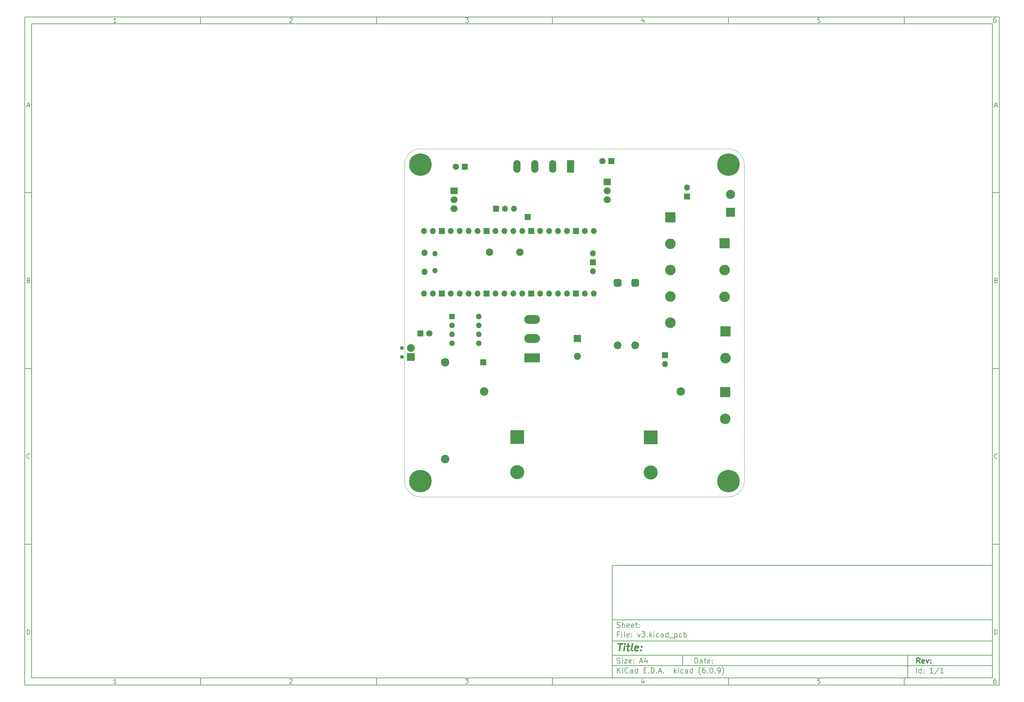
<source format=gbr>
%TF.GenerationSoftware,KiCad,Pcbnew,(6.0.9)*%
%TF.CreationDate,2022-12-28T04:29:14+03:00*%
%TF.ProjectId,v3,76332e6b-6963-4616-945f-706362585858,rev?*%
%TF.SameCoordinates,Original*%
%TF.FileFunction,Soldermask,Bot*%
%TF.FilePolarity,Negative*%
%FSLAX46Y46*%
G04 Gerber Fmt 4.6, Leading zero omitted, Abs format (unit mm)*
G04 Created by KiCad (PCBNEW (6.0.9)) date 2022-12-28 04:29:14*
%MOMM*%
%LPD*%
G01*
G04 APERTURE LIST*
G04 Aperture macros list*
%AMRoundRect*
0 Rectangle with rounded corners*
0 $1 Rounding radius*
0 $2 $3 $4 $5 $6 $7 $8 $9 X,Y pos of 4 corners*
0 Add a 4 corners polygon primitive as box body*
4,1,4,$2,$3,$4,$5,$6,$7,$8,$9,$2,$3,0*
0 Add four circle primitives for the rounded corners*
1,1,$1+$1,$2,$3*
1,1,$1+$1,$4,$5*
1,1,$1+$1,$6,$7*
1,1,$1+$1,$8,$9*
0 Add four rect primitives between the rounded corners*
20,1,$1+$1,$2,$3,$4,$5,0*
20,1,$1+$1,$4,$5,$6,$7,0*
20,1,$1+$1,$6,$7,$8,$9,0*
20,1,$1+$1,$8,$9,$2,$3,0*%
G04 Aperture macros list end*
%ADD10C,0.100000*%
%ADD11C,0.150000*%
%ADD12C,0.300000*%
%ADD13C,0.400000*%
%TA.AperFunction,Profile*%
%ADD14C,0.100000*%
%TD*%
%ADD15C,2.100000*%
%ADD16R,1.600000X1.600000*%
%ADD17O,1.600000X1.600000*%
%ADD18C,1.100000*%
%ADD19R,2.200000X2.200000*%
%ADD20C,2.200000*%
%ADD21R,1.800000X1.800000*%
%ADD22C,1.800000*%
%ADD23R,4.000000X4.000000*%
%ADD24C,4.000000*%
%ADD25R,1.700000X1.700000*%
%ADD26C,0.800000*%
%ADD27C,6.400000*%
%ADD28O,1.700000X1.700000*%
%ADD29C,2.400000*%
%ADD30R,3.000000X3.000000*%
%ADD31C,3.000000*%
%ADD32RoundRect,0.550000X-0.550000X0.550000X-0.550000X-0.550000X0.550000X-0.550000X0.550000X0.550000X0*%
%ADD33R,2.000000X1.905000*%
%ADD34O,2.000000X1.905000*%
%ADD35RoundRect,0.249999X0.790001X1.550001X-0.790001X1.550001X-0.790001X-1.550001X0.790001X-1.550001X0*%
%ADD36O,2.080000X3.600000*%
%ADD37O,2.400000X2.400000*%
%ADD38O,1.500000X1.500000*%
%ADD39O,1.800000X1.800000*%
%ADD40R,4.500000X2.500000*%
%ADD41O,4.500000X2.500000*%
%ADD42R,2.000000X2.000000*%
%ADD43O,2.000000X2.000000*%
%ADD44R,2.600000X2.600000*%
%ADD45C,2.600000*%
G04 APERTURE END LIST*
D10*
D11*
X177002200Y-166007200D02*
X177002200Y-198007200D01*
X285002200Y-198007200D01*
X285002200Y-166007200D01*
X177002200Y-166007200D01*
D10*
D11*
X10000000Y-10000000D02*
X10000000Y-200007200D01*
X287002200Y-200007200D01*
X287002200Y-10000000D01*
X10000000Y-10000000D01*
D10*
D11*
X12000000Y-12000000D02*
X12000000Y-198007200D01*
X285002200Y-198007200D01*
X285002200Y-12000000D01*
X12000000Y-12000000D01*
D10*
D11*
X60000000Y-12000000D02*
X60000000Y-10000000D01*
D10*
D11*
X110000000Y-12000000D02*
X110000000Y-10000000D01*
D10*
D11*
X160000000Y-12000000D02*
X160000000Y-10000000D01*
D10*
D11*
X210000000Y-12000000D02*
X210000000Y-10000000D01*
D10*
D11*
X260000000Y-12000000D02*
X260000000Y-10000000D01*
D10*
D11*
X36065476Y-11588095D02*
X35322619Y-11588095D01*
X35694047Y-11588095D02*
X35694047Y-10288095D01*
X35570238Y-10473809D01*
X35446428Y-10597619D01*
X35322619Y-10659523D01*
D10*
D11*
X85322619Y-10411904D02*
X85384523Y-10350000D01*
X85508333Y-10288095D01*
X85817857Y-10288095D01*
X85941666Y-10350000D01*
X86003571Y-10411904D01*
X86065476Y-10535714D01*
X86065476Y-10659523D01*
X86003571Y-10845238D01*
X85260714Y-11588095D01*
X86065476Y-11588095D01*
D10*
D11*
X135260714Y-10288095D02*
X136065476Y-10288095D01*
X135632142Y-10783333D01*
X135817857Y-10783333D01*
X135941666Y-10845238D01*
X136003571Y-10907142D01*
X136065476Y-11030952D01*
X136065476Y-11340476D01*
X136003571Y-11464285D01*
X135941666Y-11526190D01*
X135817857Y-11588095D01*
X135446428Y-11588095D01*
X135322619Y-11526190D01*
X135260714Y-11464285D01*
D10*
D11*
X185941666Y-10721428D02*
X185941666Y-11588095D01*
X185632142Y-10226190D02*
X185322619Y-11154761D01*
X186127380Y-11154761D01*
D10*
D11*
X236003571Y-10288095D02*
X235384523Y-10288095D01*
X235322619Y-10907142D01*
X235384523Y-10845238D01*
X235508333Y-10783333D01*
X235817857Y-10783333D01*
X235941666Y-10845238D01*
X236003571Y-10907142D01*
X236065476Y-11030952D01*
X236065476Y-11340476D01*
X236003571Y-11464285D01*
X235941666Y-11526190D01*
X235817857Y-11588095D01*
X235508333Y-11588095D01*
X235384523Y-11526190D01*
X235322619Y-11464285D01*
D10*
D11*
X285941666Y-10288095D02*
X285694047Y-10288095D01*
X285570238Y-10350000D01*
X285508333Y-10411904D01*
X285384523Y-10597619D01*
X285322619Y-10845238D01*
X285322619Y-11340476D01*
X285384523Y-11464285D01*
X285446428Y-11526190D01*
X285570238Y-11588095D01*
X285817857Y-11588095D01*
X285941666Y-11526190D01*
X286003571Y-11464285D01*
X286065476Y-11340476D01*
X286065476Y-11030952D01*
X286003571Y-10907142D01*
X285941666Y-10845238D01*
X285817857Y-10783333D01*
X285570238Y-10783333D01*
X285446428Y-10845238D01*
X285384523Y-10907142D01*
X285322619Y-11030952D01*
D10*
D11*
X60000000Y-198007200D02*
X60000000Y-200007200D01*
D10*
D11*
X110000000Y-198007200D02*
X110000000Y-200007200D01*
D10*
D11*
X160000000Y-198007200D02*
X160000000Y-200007200D01*
D10*
D11*
X210000000Y-198007200D02*
X210000000Y-200007200D01*
D10*
D11*
X260000000Y-198007200D02*
X260000000Y-200007200D01*
D10*
D11*
X36065476Y-199595295D02*
X35322619Y-199595295D01*
X35694047Y-199595295D02*
X35694047Y-198295295D01*
X35570238Y-198481009D01*
X35446428Y-198604819D01*
X35322619Y-198666723D01*
D10*
D11*
X85322619Y-198419104D02*
X85384523Y-198357200D01*
X85508333Y-198295295D01*
X85817857Y-198295295D01*
X85941666Y-198357200D01*
X86003571Y-198419104D01*
X86065476Y-198542914D01*
X86065476Y-198666723D01*
X86003571Y-198852438D01*
X85260714Y-199595295D01*
X86065476Y-199595295D01*
D10*
D11*
X135260714Y-198295295D02*
X136065476Y-198295295D01*
X135632142Y-198790533D01*
X135817857Y-198790533D01*
X135941666Y-198852438D01*
X136003571Y-198914342D01*
X136065476Y-199038152D01*
X136065476Y-199347676D01*
X136003571Y-199471485D01*
X135941666Y-199533390D01*
X135817857Y-199595295D01*
X135446428Y-199595295D01*
X135322619Y-199533390D01*
X135260714Y-199471485D01*
D10*
D11*
X185941666Y-198728628D02*
X185941666Y-199595295D01*
X185632142Y-198233390D02*
X185322619Y-199161961D01*
X186127380Y-199161961D01*
D10*
D11*
X236003571Y-198295295D02*
X235384523Y-198295295D01*
X235322619Y-198914342D01*
X235384523Y-198852438D01*
X235508333Y-198790533D01*
X235817857Y-198790533D01*
X235941666Y-198852438D01*
X236003571Y-198914342D01*
X236065476Y-199038152D01*
X236065476Y-199347676D01*
X236003571Y-199471485D01*
X235941666Y-199533390D01*
X235817857Y-199595295D01*
X235508333Y-199595295D01*
X235384523Y-199533390D01*
X235322619Y-199471485D01*
D10*
D11*
X285941666Y-198295295D02*
X285694047Y-198295295D01*
X285570238Y-198357200D01*
X285508333Y-198419104D01*
X285384523Y-198604819D01*
X285322619Y-198852438D01*
X285322619Y-199347676D01*
X285384523Y-199471485D01*
X285446428Y-199533390D01*
X285570238Y-199595295D01*
X285817857Y-199595295D01*
X285941666Y-199533390D01*
X286003571Y-199471485D01*
X286065476Y-199347676D01*
X286065476Y-199038152D01*
X286003571Y-198914342D01*
X285941666Y-198852438D01*
X285817857Y-198790533D01*
X285570238Y-198790533D01*
X285446428Y-198852438D01*
X285384523Y-198914342D01*
X285322619Y-199038152D01*
D10*
D11*
X10000000Y-60000000D02*
X12000000Y-60000000D01*
D10*
D11*
X10000000Y-110000000D02*
X12000000Y-110000000D01*
D10*
D11*
X10000000Y-160000000D02*
X12000000Y-160000000D01*
D10*
D11*
X10690476Y-35216666D02*
X11309523Y-35216666D01*
X10566666Y-35588095D02*
X11000000Y-34288095D01*
X11433333Y-35588095D01*
D10*
D11*
X11092857Y-84907142D02*
X11278571Y-84969047D01*
X11340476Y-85030952D01*
X11402380Y-85154761D01*
X11402380Y-85340476D01*
X11340476Y-85464285D01*
X11278571Y-85526190D01*
X11154761Y-85588095D01*
X10659523Y-85588095D01*
X10659523Y-84288095D01*
X11092857Y-84288095D01*
X11216666Y-84350000D01*
X11278571Y-84411904D01*
X11340476Y-84535714D01*
X11340476Y-84659523D01*
X11278571Y-84783333D01*
X11216666Y-84845238D01*
X11092857Y-84907142D01*
X10659523Y-84907142D01*
D10*
D11*
X11402380Y-135464285D02*
X11340476Y-135526190D01*
X11154761Y-135588095D01*
X11030952Y-135588095D01*
X10845238Y-135526190D01*
X10721428Y-135402380D01*
X10659523Y-135278571D01*
X10597619Y-135030952D01*
X10597619Y-134845238D01*
X10659523Y-134597619D01*
X10721428Y-134473809D01*
X10845238Y-134350000D01*
X11030952Y-134288095D01*
X11154761Y-134288095D01*
X11340476Y-134350000D01*
X11402380Y-134411904D01*
D10*
D11*
X10659523Y-185588095D02*
X10659523Y-184288095D01*
X10969047Y-184288095D01*
X11154761Y-184350000D01*
X11278571Y-184473809D01*
X11340476Y-184597619D01*
X11402380Y-184845238D01*
X11402380Y-185030952D01*
X11340476Y-185278571D01*
X11278571Y-185402380D01*
X11154761Y-185526190D01*
X10969047Y-185588095D01*
X10659523Y-185588095D01*
D10*
D11*
X287002200Y-60000000D02*
X285002200Y-60000000D01*
D10*
D11*
X287002200Y-110000000D02*
X285002200Y-110000000D01*
D10*
D11*
X287002200Y-160000000D02*
X285002200Y-160000000D01*
D10*
D11*
X285692676Y-35216666D02*
X286311723Y-35216666D01*
X285568866Y-35588095D02*
X286002200Y-34288095D01*
X286435533Y-35588095D01*
D10*
D11*
X286095057Y-84907142D02*
X286280771Y-84969047D01*
X286342676Y-85030952D01*
X286404580Y-85154761D01*
X286404580Y-85340476D01*
X286342676Y-85464285D01*
X286280771Y-85526190D01*
X286156961Y-85588095D01*
X285661723Y-85588095D01*
X285661723Y-84288095D01*
X286095057Y-84288095D01*
X286218866Y-84350000D01*
X286280771Y-84411904D01*
X286342676Y-84535714D01*
X286342676Y-84659523D01*
X286280771Y-84783333D01*
X286218866Y-84845238D01*
X286095057Y-84907142D01*
X285661723Y-84907142D01*
D10*
D11*
X286404580Y-135464285D02*
X286342676Y-135526190D01*
X286156961Y-135588095D01*
X286033152Y-135588095D01*
X285847438Y-135526190D01*
X285723628Y-135402380D01*
X285661723Y-135278571D01*
X285599819Y-135030952D01*
X285599819Y-134845238D01*
X285661723Y-134597619D01*
X285723628Y-134473809D01*
X285847438Y-134350000D01*
X286033152Y-134288095D01*
X286156961Y-134288095D01*
X286342676Y-134350000D01*
X286404580Y-134411904D01*
D10*
D11*
X285661723Y-185588095D02*
X285661723Y-184288095D01*
X285971247Y-184288095D01*
X286156961Y-184350000D01*
X286280771Y-184473809D01*
X286342676Y-184597619D01*
X286404580Y-184845238D01*
X286404580Y-185030952D01*
X286342676Y-185278571D01*
X286280771Y-185402380D01*
X286156961Y-185526190D01*
X285971247Y-185588095D01*
X285661723Y-185588095D01*
D10*
D11*
X200434342Y-193785771D02*
X200434342Y-192285771D01*
X200791485Y-192285771D01*
X201005771Y-192357200D01*
X201148628Y-192500057D01*
X201220057Y-192642914D01*
X201291485Y-192928628D01*
X201291485Y-193142914D01*
X201220057Y-193428628D01*
X201148628Y-193571485D01*
X201005771Y-193714342D01*
X200791485Y-193785771D01*
X200434342Y-193785771D01*
X202577200Y-193785771D02*
X202577200Y-193000057D01*
X202505771Y-192857200D01*
X202362914Y-192785771D01*
X202077200Y-192785771D01*
X201934342Y-192857200D01*
X202577200Y-193714342D02*
X202434342Y-193785771D01*
X202077200Y-193785771D01*
X201934342Y-193714342D01*
X201862914Y-193571485D01*
X201862914Y-193428628D01*
X201934342Y-193285771D01*
X202077200Y-193214342D01*
X202434342Y-193214342D01*
X202577200Y-193142914D01*
X203077200Y-192785771D02*
X203648628Y-192785771D01*
X203291485Y-192285771D02*
X203291485Y-193571485D01*
X203362914Y-193714342D01*
X203505771Y-193785771D01*
X203648628Y-193785771D01*
X204720057Y-193714342D02*
X204577200Y-193785771D01*
X204291485Y-193785771D01*
X204148628Y-193714342D01*
X204077200Y-193571485D01*
X204077200Y-193000057D01*
X204148628Y-192857200D01*
X204291485Y-192785771D01*
X204577200Y-192785771D01*
X204720057Y-192857200D01*
X204791485Y-193000057D01*
X204791485Y-193142914D01*
X204077200Y-193285771D01*
X205434342Y-193642914D02*
X205505771Y-193714342D01*
X205434342Y-193785771D01*
X205362914Y-193714342D01*
X205434342Y-193642914D01*
X205434342Y-193785771D01*
X205434342Y-192857200D02*
X205505771Y-192928628D01*
X205434342Y-193000057D01*
X205362914Y-192928628D01*
X205434342Y-192857200D01*
X205434342Y-193000057D01*
D10*
D11*
X177002200Y-194507200D02*
X285002200Y-194507200D01*
D10*
D11*
X178434342Y-196585771D02*
X178434342Y-195085771D01*
X179291485Y-196585771D02*
X178648628Y-195728628D01*
X179291485Y-195085771D02*
X178434342Y-195942914D01*
X179934342Y-196585771D02*
X179934342Y-195585771D01*
X179934342Y-195085771D02*
X179862914Y-195157200D01*
X179934342Y-195228628D01*
X180005771Y-195157200D01*
X179934342Y-195085771D01*
X179934342Y-195228628D01*
X181505771Y-196442914D02*
X181434342Y-196514342D01*
X181220057Y-196585771D01*
X181077200Y-196585771D01*
X180862914Y-196514342D01*
X180720057Y-196371485D01*
X180648628Y-196228628D01*
X180577200Y-195942914D01*
X180577200Y-195728628D01*
X180648628Y-195442914D01*
X180720057Y-195300057D01*
X180862914Y-195157200D01*
X181077200Y-195085771D01*
X181220057Y-195085771D01*
X181434342Y-195157200D01*
X181505771Y-195228628D01*
X182791485Y-196585771D02*
X182791485Y-195800057D01*
X182720057Y-195657200D01*
X182577200Y-195585771D01*
X182291485Y-195585771D01*
X182148628Y-195657200D01*
X182791485Y-196514342D02*
X182648628Y-196585771D01*
X182291485Y-196585771D01*
X182148628Y-196514342D01*
X182077200Y-196371485D01*
X182077200Y-196228628D01*
X182148628Y-196085771D01*
X182291485Y-196014342D01*
X182648628Y-196014342D01*
X182791485Y-195942914D01*
X184148628Y-196585771D02*
X184148628Y-195085771D01*
X184148628Y-196514342D02*
X184005771Y-196585771D01*
X183720057Y-196585771D01*
X183577200Y-196514342D01*
X183505771Y-196442914D01*
X183434342Y-196300057D01*
X183434342Y-195871485D01*
X183505771Y-195728628D01*
X183577200Y-195657200D01*
X183720057Y-195585771D01*
X184005771Y-195585771D01*
X184148628Y-195657200D01*
X186005771Y-195800057D02*
X186505771Y-195800057D01*
X186720057Y-196585771D02*
X186005771Y-196585771D01*
X186005771Y-195085771D01*
X186720057Y-195085771D01*
X187362914Y-196442914D02*
X187434342Y-196514342D01*
X187362914Y-196585771D01*
X187291485Y-196514342D01*
X187362914Y-196442914D01*
X187362914Y-196585771D01*
X188077200Y-196585771D02*
X188077200Y-195085771D01*
X188434342Y-195085771D01*
X188648628Y-195157200D01*
X188791485Y-195300057D01*
X188862914Y-195442914D01*
X188934342Y-195728628D01*
X188934342Y-195942914D01*
X188862914Y-196228628D01*
X188791485Y-196371485D01*
X188648628Y-196514342D01*
X188434342Y-196585771D01*
X188077200Y-196585771D01*
X189577200Y-196442914D02*
X189648628Y-196514342D01*
X189577200Y-196585771D01*
X189505771Y-196514342D01*
X189577200Y-196442914D01*
X189577200Y-196585771D01*
X190220057Y-196157200D02*
X190934342Y-196157200D01*
X190077200Y-196585771D02*
X190577200Y-195085771D01*
X191077200Y-196585771D01*
X191577200Y-196442914D02*
X191648628Y-196514342D01*
X191577200Y-196585771D01*
X191505771Y-196514342D01*
X191577200Y-196442914D01*
X191577200Y-196585771D01*
X194577200Y-196585771D02*
X194577200Y-195085771D01*
X194720057Y-196014342D02*
X195148628Y-196585771D01*
X195148628Y-195585771D02*
X194577200Y-196157200D01*
X195791485Y-196585771D02*
X195791485Y-195585771D01*
X195791485Y-195085771D02*
X195720057Y-195157200D01*
X195791485Y-195228628D01*
X195862914Y-195157200D01*
X195791485Y-195085771D01*
X195791485Y-195228628D01*
X197148628Y-196514342D02*
X197005771Y-196585771D01*
X196720057Y-196585771D01*
X196577200Y-196514342D01*
X196505771Y-196442914D01*
X196434342Y-196300057D01*
X196434342Y-195871485D01*
X196505771Y-195728628D01*
X196577200Y-195657200D01*
X196720057Y-195585771D01*
X197005771Y-195585771D01*
X197148628Y-195657200D01*
X198434342Y-196585771D02*
X198434342Y-195800057D01*
X198362914Y-195657200D01*
X198220057Y-195585771D01*
X197934342Y-195585771D01*
X197791485Y-195657200D01*
X198434342Y-196514342D02*
X198291485Y-196585771D01*
X197934342Y-196585771D01*
X197791485Y-196514342D01*
X197720057Y-196371485D01*
X197720057Y-196228628D01*
X197791485Y-196085771D01*
X197934342Y-196014342D01*
X198291485Y-196014342D01*
X198434342Y-195942914D01*
X199791485Y-196585771D02*
X199791485Y-195085771D01*
X199791485Y-196514342D02*
X199648628Y-196585771D01*
X199362914Y-196585771D01*
X199220057Y-196514342D01*
X199148628Y-196442914D01*
X199077200Y-196300057D01*
X199077200Y-195871485D01*
X199148628Y-195728628D01*
X199220057Y-195657200D01*
X199362914Y-195585771D01*
X199648628Y-195585771D01*
X199791485Y-195657200D01*
X202077200Y-197157200D02*
X202005771Y-197085771D01*
X201862914Y-196871485D01*
X201791485Y-196728628D01*
X201720057Y-196514342D01*
X201648628Y-196157200D01*
X201648628Y-195871485D01*
X201720057Y-195514342D01*
X201791485Y-195300057D01*
X201862914Y-195157200D01*
X202005771Y-194942914D01*
X202077200Y-194871485D01*
X203291485Y-195085771D02*
X203005771Y-195085771D01*
X202862914Y-195157200D01*
X202791485Y-195228628D01*
X202648628Y-195442914D01*
X202577200Y-195728628D01*
X202577200Y-196300057D01*
X202648628Y-196442914D01*
X202720057Y-196514342D01*
X202862914Y-196585771D01*
X203148628Y-196585771D01*
X203291485Y-196514342D01*
X203362914Y-196442914D01*
X203434342Y-196300057D01*
X203434342Y-195942914D01*
X203362914Y-195800057D01*
X203291485Y-195728628D01*
X203148628Y-195657200D01*
X202862914Y-195657200D01*
X202720057Y-195728628D01*
X202648628Y-195800057D01*
X202577200Y-195942914D01*
X204077200Y-196442914D02*
X204148628Y-196514342D01*
X204077200Y-196585771D01*
X204005771Y-196514342D01*
X204077200Y-196442914D01*
X204077200Y-196585771D01*
X205077200Y-195085771D02*
X205220057Y-195085771D01*
X205362914Y-195157200D01*
X205434342Y-195228628D01*
X205505771Y-195371485D01*
X205577200Y-195657200D01*
X205577200Y-196014342D01*
X205505771Y-196300057D01*
X205434342Y-196442914D01*
X205362914Y-196514342D01*
X205220057Y-196585771D01*
X205077200Y-196585771D01*
X204934342Y-196514342D01*
X204862914Y-196442914D01*
X204791485Y-196300057D01*
X204720057Y-196014342D01*
X204720057Y-195657200D01*
X204791485Y-195371485D01*
X204862914Y-195228628D01*
X204934342Y-195157200D01*
X205077200Y-195085771D01*
X206220057Y-196442914D02*
X206291485Y-196514342D01*
X206220057Y-196585771D01*
X206148628Y-196514342D01*
X206220057Y-196442914D01*
X206220057Y-196585771D01*
X207005771Y-196585771D02*
X207291485Y-196585771D01*
X207434342Y-196514342D01*
X207505771Y-196442914D01*
X207648628Y-196228628D01*
X207720057Y-195942914D01*
X207720057Y-195371485D01*
X207648628Y-195228628D01*
X207577200Y-195157200D01*
X207434342Y-195085771D01*
X207148628Y-195085771D01*
X207005771Y-195157200D01*
X206934342Y-195228628D01*
X206862914Y-195371485D01*
X206862914Y-195728628D01*
X206934342Y-195871485D01*
X207005771Y-195942914D01*
X207148628Y-196014342D01*
X207434342Y-196014342D01*
X207577200Y-195942914D01*
X207648628Y-195871485D01*
X207720057Y-195728628D01*
X208220057Y-197157200D02*
X208291485Y-197085771D01*
X208434342Y-196871485D01*
X208505771Y-196728628D01*
X208577200Y-196514342D01*
X208648628Y-196157200D01*
X208648628Y-195871485D01*
X208577200Y-195514342D01*
X208505771Y-195300057D01*
X208434342Y-195157200D01*
X208291485Y-194942914D01*
X208220057Y-194871485D01*
D10*
D11*
X177002200Y-191507200D02*
X285002200Y-191507200D01*
D10*
D12*
X264411485Y-193785771D02*
X263911485Y-193071485D01*
X263554342Y-193785771D02*
X263554342Y-192285771D01*
X264125771Y-192285771D01*
X264268628Y-192357200D01*
X264340057Y-192428628D01*
X264411485Y-192571485D01*
X264411485Y-192785771D01*
X264340057Y-192928628D01*
X264268628Y-193000057D01*
X264125771Y-193071485D01*
X263554342Y-193071485D01*
X265625771Y-193714342D02*
X265482914Y-193785771D01*
X265197200Y-193785771D01*
X265054342Y-193714342D01*
X264982914Y-193571485D01*
X264982914Y-193000057D01*
X265054342Y-192857200D01*
X265197200Y-192785771D01*
X265482914Y-192785771D01*
X265625771Y-192857200D01*
X265697200Y-193000057D01*
X265697200Y-193142914D01*
X264982914Y-193285771D01*
X266197200Y-192785771D02*
X266554342Y-193785771D01*
X266911485Y-192785771D01*
X267482914Y-193642914D02*
X267554342Y-193714342D01*
X267482914Y-193785771D01*
X267411485Y-193714342D01*
X267482914Y-193642914D01*
X267482914Y-193785771D01*
X267482914Y-192857200D02*
X267554342Y-192928628D01*
X267482914Y-193000057D01*
X267411485Y-192928628D01*
X267482914Y-192857200D01*
X267482914Y-193000057D01*
D10*
D11*
X178362914Y-193714342D02*
X178577200Y-193785771D01*
X178934342Y-193785771D01*
X179077200Y-193714342D01*
X179148628Y-193642914D01*
X179220057Y-193500057D01*
X179220057Y-193357200D01*
X179148628Y-193214342D01*
X179077200Y-193142914D01*
X178934342Y-193071485D01*
X178648628Y-193000057D01*
X178505771Y-192928628D01*
X178434342Y-192857200D01*
X178362914Y-192714342D01*
X178362914Y-192571485D01*
X178434342Y-192428628D01*
X178505771Y-192357200D01*
X178648628Y-192285771D01*
X179005771Y-192285771D01*
X179220057Y-192357200D01*
X179862914Y-193785771D02*
X179862914Y-192785771D01*
X179862914Y-192285771D02*
X179791485Y-192357200D01*
X179862914Y-192428628D01*
X179934342Y-192357200D01*
X179862914Y-192285771D01*
X179862914Y-192428628D01*
X180434342Y-192785771D02*
X181220057Y-192785771D01*
X180434342Y-193785771D01*
X181220057Y-193785771D01*
X182362914Y-193714342D02*
X182220057Y-193785771D01*
X181934342Y-193785771D01*
X181791485Y-193714342D01*
X181720057Y-193571485D01*
X181720057Y-193000057D01*
X181791485Y-192857200D01*
X181934342Y-192785771D01*
X182220057Y-192785771D01*
X182362914Y-192857200D01*
X182434342Y-193000057D01*
X182434342Y-193142914D01*
X181720057Y-193285771D01*
X183077200Y-193642914D02*
X183148628Y-193714342D01*
X183077200Y-193785771D01*
X183005771Y-193714342D01*
X183077200Y-193642914D01*
X183077200Y-193785771D01*
X183077200Y-192857200D02*
X183148628Y-192928628D01*
X183077200Y-193000057D01*
X183005771Y-192928628D01*
X183077200Y-192857200D01*
X183077200Y-193000057D01*
X184862914Y-193357200D02*
X185577200Y-193357200D01*
X184720057Y-193785771D02*
X185220057Y-192285771D01*
X185720057Y-193785771D01*
X186862914Y-192785771D02*
X186862914Y-193785771D01*
X186505771Y-192214342D02*
X186148628Y-193285771D01*
X187077200Y-193285771D01*
D10*
D11*
X263434342Y-196585771D02*
X263434342Y-195085771D01*
X264791485Y-196585771D02*
X264791485Y-195085771D01*
X264791485Y-196514342D02*
X264648628Y-196585771D01*
X264362914Y-196585771D01*
X264220057Y-196514342D01*
X264148628Y-196442914D01*
X264077200Y-196300057D01*
X264077200Y-195871485D01*
X264148628Y-195728628D01*
X264220057Y-195657200D01*
X264362914Y-195585771D01*
X264648628Y-195585771D01*
X264791485Y-195657200D01*
X265505771Y-196442914D02*
X265577200Y-196514342D01*
X265505771Y-196585771D01*
X265434342Y-196514342D01*
X265505771Y-196442914D01*
X265505771Y-196585771D01*
X265505771Y-195657200D02*
X265577200Y-195728628D01*
X265505771Y-195800057D01*
X265434342Y-195728628D01*
X265505771Y-195657200D01*
X265505771Y-195800057D01*
X268148628Y-196585771D02*
X267291485Y-196585771D01*
X267720057Y-196585771D02*
X267720057Y-195085771D01*
X267577200Y-195300057D01*
X267434342Y-195442914D01*
X267291485Y-195514342D01*
X269862914Y-195014342D02*
X268577200Y-196942914D01*
X271148628Y-196585771D02*
X270291485Y-196585771D01*
X270720057Y-196585771D02*
X270720057Y-195085771D01*
X270577200Y-195300057D01*
X270434342Y-195442914D01*
X270291485Y-195514342D01*
D10*
D11*
X177002200Y-187507200D02*
X285002200Y-187507200D01*
D10*
D13*
X178714580Y-188211961D02*
X179857438Y-188211961D01*
X179036009Y-190211961D02*
X179286009Y-188211961D01*
X180274104Y-190211961D02*
X180440771Y-188878628D01*
X180524104Y-188211961D02*
X180416961Y-188307200D01*
X180500295Y-188402438D01*
X180607438Y-188307200D01*
X180524104Y-188211961D01*
X180500295Y-188402438D01*
X181107438Y-188878628D02*
X181869342Y-188878628D01*
X181476485Y-188211961D02*
X181262200Y-189926247D01*
X181333628Y-190116723D01*
X181512200Y-190211961D01*
X181702676Y-190211961D01*
X182655057Y-190211961D02*
X182476485Y-190116723D01*
X182405057Y-189926247D01*
X182619342Y-188211961D01*
X184190771Y-190116723D02*
X183988390Y-190211961D01*
X183607438Y-190211961D01*
X183428866Y-190116723D01*
X183357438Y-189926247D01*
X183452676Y-189164342D01*
X183571723Y-188973866D01*
X183774104Y-188878628D01*
X184155057Y-188878628D01*
X184333628Y-188973866D01*
X184405057Y-189164342D01*
X184381247Y-189354819D01*
X183405057Y-189545295D01*
X185155057Y-190021485D02*
X185238390Y-190116723D01*
X185131247Y-190211961D01*
X185047914Y-190116723D01*
X185155057Y-190021485D01*
X185131247Y-190211961D01*
X185286009Y-188973866D02*
X185369342Y-189069104D01*
X185262200Y-189164342D01*
X185178866Y-189069104D01*
X185286009Y-188973866D01*
X185262200Y-189164342D01*
D10*
D11*
X178934342Y-185600057D02*
X178434342Y-185600057D01*
X178434342Y-186385771D02*
X178434342Y-184885771D01*
X179148628Y-184885771D01*
X179720057Y-186385771D02*
X179720057Y-185385771D01*
X179720057Y-184885771D02*
X179648628Y-184957200D01*
X179720057Y-185028628D01*
X179791485Y-184957200D01*
X179720057Y-184885771D01*
X179720057Y-185028628D01*
X180648628Y-186385771D02*
X180505771Y-186314342D01*
X180434342Y-186171485D01*
X180434342Y-184885771D01*
X181791485Y-186314342D02*
X181648628Y-186385771D01*
X181362914Y-186385771D01*
X181220057Y-186314342D01*
X181148628Y-186171485D01*
X181148628Y-185600057D01*
X181220057Y-185457200D01*
X181362914Y-185385771D01*
X181648628Y-185385771D01*
X181791485Y-185457200D01*
X181862914Y-185600057D01*
X181862914Y-185742914D01*
X181148628Y-185885771D01*
X182505771Y-186242914D02*
X182577200Y-186314342D01*
X182505771Y-186385771D01*
X182434342Y-186314342D01*
X182505771Y-186242914D01*
X182505771Y-186385771D01*
X182505771Y-185457200D02*
X182577200Y-185528628D01*
X182505771Y-185600057D01*
X182434342Y-185528628D01*
X182505771Y-185457200D01*
X182505771Y-185600057D01*
X184220057Y-185385771D02*
X184577200Y-186385771D01*
X184934342Y-185385771D01*
X185362914Y-184885771D02*
X186291485Y-184885771D01*
X185791485Y-185457200D01*
X186005771Y-185457200D01*
X186148628Y-185528628D01*
X186220057Y-185600057D01*
X186291485Y-185742914D01*
X186291485Y-186100057D01*
X186220057Y-186242914D01*
X186148628Y-186314342D01*
X186005771Y-186385771D01*
X185577200Y-186385771D01*
X185434342Y-186314342D01*
X185362914Y-186242914D01*
X186934342Y-186242914D02*
X187005771Y-186314342D01*
X186934342Y-186385771D01*
X186862914Y-186314342D01*
X186934342Y-186242914D01*
X186934342Y-186385771D01*
X187648628Y-186385771D02*
X187648628Y-184885771D01*
X187791485Y-185814342D02*
X188220057Y-186385771D01*
X188220057Y-185385771D02*
X187648628Y-185957200D01*
X188862914Y-186385771D02*
X188862914Y-185385771D01*
X188862914Y-184885771D02*
X188791485Y-184957200D01*
X188862914Y-185028628D01*
X188934342Y-184957200D01*
X188862914Y-184885771D01*
X188862914Y-185028628D01*
X190220057Y-186314342D02*
X190077200Y-186385771D01*
X189791485Y-186385771D01*
X189648628Y-186314342D01*
X189577200Y-186242914D01*
X189505771Y-186100057D01*
X189505771Y-185671485D01*
X189577200Y-185528628D01*
X189648628Y-185457200D01*
X189791485Y-185385771D01*
X190077200Y-185385771D01*
X190220057Y-185457200D01*
X191505771Y-186385771D02*
X191505771Y-185600057D01*
X191434342Y-185457200D01*
X191291485Y-185385771D01*
X191005771Y-185385771D01*
X190862914Y-185457200D01*
X191505771Y-186314342D02*
X191362914Y-186385771D01*
X191005771Y-186385771D01*
X190862914Y-186314342D01*
X190791485Y-186171485D01*
X190791485Y-186028628D01*
X190862914Y-185885771D01*
X191005771Y-185814342D01*
X191362914Y-185814342D01*
X191505771Y-185742914D01*
X192862914Y-186385771D02*
X192862914Y-184885771D01*
X192862914Y-186314342D02*
X192720057Y-186385771D01*
X192434342Y-186385771D01*
X192291485Y-186314342D01*
X192220057Y-186242914D01*
X192148628Y-186100057D01*
X192148628Y-185671485D01*
X192220057Y-185528628D01*
X192291485Y-185457200D01*
X192434342Y-185385771D01*
X192720057Y-185385771D01*
X192862914Y-185457200D01*
X193220057Y-186528628D02*
X194362914Y-186528628D01*
X194720057Y-185385771D02*
X194720057Y-186885771D01*
X194720057Y-185457200D02*
X194862914Y-185385771D01*
X195148628Y-185385771D01*
X195291485Y-185457200D01*
X195362914Y-185528628D01*
X195434342Y-185671485D01*
X195434342Y-186100057D01*
X195362914Y-186242914D01*
X195291485Y-186314342D01*
X195148628Y-186385771D01*
X194862914Y-186385771D01*
X194720057Y-186314342D01*
X196720057Y-186314342D02*
X196577200Y-186385771D01*
X196291485Y-186385771D01*
X196148628Y-186314342D01*
X196077200Y-186242914D01*
X196005771Y-186100057D01*
X196005771Y-185671485D01*
X196077200Y-185528628D01*
X196148628Y-185457200D01*
X196291485Y-185385771D01*
X196577200Y-185385771D01*
X196720057Y-185457200D01*
X197362914Y-186385771D02*
X197362914Y-184885771D01*
X197362914Y-185457200D02*
X197505771Y-185385771D01*
X197791485Y-185385771D01*
X197934342Y-185457200D01*
X198005771Y-185528628D01*
X198077200Y-185671485D01*
X198077200Y-186100057D01*
X198005771Y-186242914D01*
X197934342Y-186314342D01*
X197791485Y-186385771D01*
X197505771Y-186385771D01*
X197362914Y-186314342D01*
D10*
D11*
X177002200Y-181507200D02*
X285002200Y-181507200D01*
D10*
D11*
X178362914Y-183614342D02*
X178577200Y-183685771D01*
X178934342Y-183685771D01*
X179077200Y-183614342D01*
X179148628Y-183542914D01*
X179220057Y-183400057D01*
X179220057Y-183257200D01*
X179148628Y-183114342D01*
X179077200Y-183042914D01*
X178934342Y-182971485D01*
X178648628Y-182900057D01*
X178505771Y-182828628D01*
X178434342Y-182757200D01*
X178362914Y-182614342D01*
X178362914Y-182471485D01*
X178434342Y-182328628D01*
X178505771Y-182257200D01*
X178648628Y-182185771D01*
X179005771Y-182185771D01*
X179220057Y-182257200D01*
X179862914Y-183685771D02*
X179862914Y-182185771D01*
X180505771Y-183685771D02*
X180505771Y-182900057D01*
X180434342Y-182757200D01*
X180291485Y-182685771D01*
X180077200Y-182685771D01*
X179934342Y-182757200D01*
X179862914Y-182828628D01*
X181791485Y-183614342D02*
X181648628Y-183685771D01*
X181362914Y-183685771D01*
X181220057Y-183614342D01*
X181148628Y-183471485D01*
X181148628Y-182900057D01*
X181220057Y-182757200D01*
X181362914Y-182685771D01*
X181648628Y-182685771D01*
X181791485Y-182757200D01*
X181862914Y-182900057D01*
X181862914Y-183042914D01*
X181148628Y-183185771D01*
X183077200Y-183614342D02*
X182934342Y-183685771D01*
X182648628Y-183685771D01*
X182505771Y-183614342D01*
X182434342Y-183471485D01*
X182434342Y-182900057D01*
X182505771Y-182757200D01*
X182648628Y-182685771D01*
X182934342Y-182685771D01*
X183077200Y-182757200D01*
X183148628Y-182900057D01*
X183148628Y-183042914D01*
X182434342Y-183185771D01*
X183577200Y-182685771D02*
X184148628Y-182685771D01*
X183791485Y-182185771D02*
X183791485Y-183471485D01*
X183862914Y-183614342D01*
X184005771Y-183685771D01*
X184148628Y-183685771D01*
X184648628Y-183542914D02*
X184720057Y-183614342D01*
X184648628Y-183685771D01*
X184577200Y-183614342D01*
X184648628Y-183542914D01*
X184648628Y-183685771D01*
X184648628Y-182757200D02*
X184720057Y-182828628D01*
X184648628Y-182900057D01*
X184577200Y-182828628D01*
X184648628Y-182757200D01*
X184648628Y-182900057D01*
D10*
D12*
D10*
D11*
D10*
D11*
D10*
D11*
D10*
D11*
D10*
D11*
X197002200Y-191507200D02*
X197002200Y-194507200D01*
D10*
D11*
X261002200Y-191507200D02*
X261002200Y-198007200D01*
D14*
X122500000Y-146500000D02*
X210000000Y-146500000D01*
X118000000Y-52000000D02*
X118000000Y-142000000D01*
X214500000Y-52000000D02*
G75*
G03*
X210000000Y-47500000I-4500000J0D01*
G01*
X214500000Y-142000000D02*
X214500000Y-52000000D01*
X210000000Y-146500000D02*
G75*
G03*
X214500000Y-142000000I0J4500000D01*
G01*
X122500000Y-47500000D02*
G75*
G03*
X118000000Y-52000000I0J-4500000D01*
G01*
X122500000Y-47500000D02*
X210000000Y-47500000D01*
X118000000Y-142000000D02*
G75*
G03*
X122500000Y-146500000I4500000J0D01*
G01*
D15*
%TO.C,H6*%
X142100000Y-76900000D03*
%TD*%
%TO.C,H5*%
X150700000Y-76900000D03*
%TD*%
D16*
%TO.C,U3*%
X131400000Y-95200000D03*
D17*
X131400000Y-97740000D03*
X131400000Y-100280000D03*
X131400000Y-102820000D03*
X139020000Y-102820000D03*
X139020000Y-100280000D03*
X139020000Y-97740000D03*
X139020000Y-95200000D03*
%TD*%
D18*
%TO.C,J11*%
X117210000Y-106720001D03*
X117210000Y-104180001D03*
D19*
X119750000Y-106720001D03*
D20*
X119750000Y-104180001D03*
%TD*%
D21*
%TO.C,D4*%
X176740000Y-51000000D03*
D22*
X174200000Y-51000000D03*
%TD*%
D21*
%TO.C,D3*%
X135075000Y-52600000D03*
D22*
X132535000Y-52600000D03*
%TD*%
D21*
%TO.C,D2*%
X122460000Y-100000000D03*
D22*
X125000000Y-100000000D03*
%TD*%
D23*
%TO.C,C7*%
X187930499Y-129569501D03*
D24*
X187930499Y-139569501D03*
%TD*%
D23*
%TO.C,C6*%
X150000000Y-129500000D03*
D24*
X150000000Y-139500000D03*
%TD*%
D25*
%TO.C,J10*%
X140350000Y-108200000D03*
%TD*%
%TO.C,J9*%
X152900000Y-66900000D03*
%TD*%
D26*
%TO.C,H1*%
X122500000Y-144400000D03*
X120802944Y-143697056D03*
X122500000Y-139600000D03*
X124900000Y-142000000D03*
X120802944Y-140302944D03*
D27*
X122500000Y-142000000D03*
D26*
X124197056Y-143697056D03*
X124197056Y-140302944D03*
X120100000Y-142000000D03*
%TD*%
D25*
%TO.C,J8*%
X198200000Y-61075000D03*
D28*
X198200000Y-58535000D03*
%TD*%
D25*
%TO.C,J7*%
X192000000Y-106225000D03*
D28*
X192000000Y-108765000D03*
%TD*%
D27*
%TO.C,H3*%
X210000000Y-142000000D03*
D26*
X211697056Y-143697056D03*
X207600000Y-142000000D03*
X208302944Y-140302944D03*
X210000000Y-139600000D03*
X210000000Y-144400000D03*
X211697056Y-140302944D03*
X208302944Y-143697056D03*
X212400000Y-142000000D03*
%TD*%
D29*
%TO.C,C5*%
X129500000Y-108250000D03*
X129500000Y-135750000D03*
%TD*%
D30*
%TO.C,J2*%
X208910000Y-74340000D03*
D31*
X208910000Y-81960000D03*
X208910000Y-89580000D03*
%TD*%
D32*
%TO.C,F1*%
X183500000Y-85600000D03*
X178500000Y-85600000D03*
D20*
X178500000Y-103400000D03*
X183500000Y-103400000D03*
%TD*%
D33*
%TO.C,U2*%
X175555000Y-56960000D03*
D34*
X175555000Y-59500000D03*
X175555000Y-62040000D03*
%TD*%
D35*
%TO.C,J5*%
X165120000Y-52500000D03*
D36*
X160040000Y-52500000D03*
X154960000Y-52500000D03*
X149880000Y-52500000D03*
%TD*%
D30*
%TO.C,J3*%
X209150000Y-99400000D03*
D31*
X209150000Y-107020000D03*
%TD*%
D29*
%TO.C,R1*%
X140560000Y-116500000D03*
D37*
X196440000Y-116500000D03*
%TD*%
D38*
%TO.C,U4*%
X126645001Y-82190000D03*
X126645001Y-77340000D03*
D39*
X123615001Y-82490000D03*
X123615001Y-77040000D03*
D28*
X123485001Y-88655000D03*
X126025001Y-88655000D03*
D25*
X128565001Y-88655000D03*
D28*
X131105001Y-88655000D03*
X133645001Y-88655000D03*
X136185001Y-88655000D03*
X138725001Y-88655000D03*
D25*
X141265001Y-88655000D03*
D28*
X143805001Y-88655000D03*
X146345001Y-88655000D03*
X148885001Y-88655000D03*
X151425001Y-88655000D03*
D25*
X153965001Y-88655000D03*
D28*
X156505001Y-88655000D03*
X159045001Y-88655000D03*
X161585001Y-88655000D03*
X164125001Y-88655000D03*
D25*
X166665001Y-88655000D03*
D28*
X169205001Y-88655000D03*
X171745001Y-88655000D03*
X171745001Y-70875000D03*
X169205001Y-70875000D03*
D25*
X166665001Y-70875000D03*
D28*
X164125001Y-70875000D03*
X161585001Y-70875000D03*
X159045001Y-70875000D03*
X156505001Y-70875000D03*
D25*
X153965001Y-70875000D03*
D28*
X151425001Y-70875000D03*
X148885001Y-70875000D03*
X146345001Y-70875000D03*
X143805001Y-70875000D03*
D25*
X141265001Y-70875000D03*
D28*
X138725001Y-70875000D03*
X136185001Y-70875000D03*
X133645001Y-70875000D03*
X131105001Y-70875000D03*
D25*
X128565001Y-70875000D03*
D28*
X126025001Y-70875000D03*
X123485001Y-70875000D03*
X171515001Y-82305000D03*
D25*
X171515001Y-79765000D03*
D28*
X171515001Y-77225000D03*
%TD*%
D30*
%TO.C,J4*%
X209100000Y-116700000D03*
D31*
X209100000Y-124320000D03*
%TD*%
D40*
%TO.C,Q1*%
X154170000Y-106950000D03*
D41*
X154170000Y-101500000D03*
X154170000Y-96050000D03*
%TD*%
D33*
%TO.C,U1*%
X132000000Y-59500000D03*
D34*
X132000000Y-62040000D03*
X132000000Y-64580000D03*
%TD*%
D42*
%TO.C,D1*%
X167055000Y-101460000D03*
D43*
X167055000Y-106540000D03*
%TD*%
D44*
%TO.C,J1*%
X210600000Y-65600000D03*
D45*
X210600000Y-60520000D03*
%TD*%
D26*
%TO.C,H4*%
X124900000Y-52000000D03*
X120802944Y-50302944D03*
X120100000Y-52000000D03*
X124197056Y-53697056D03*
X122500000Y-54400000D03*
X124197056Y-50302944D03*
X122500000Y-49600000D03*
X120802944Y-53697056D03*
D27*
X122500000Y-52000000D03*
%TD*%
D26*
%TO.C,H2*%
X212400000Y-52000000D03*
X211697056Y-53697056D03*
D27*
X210000000Y-52000000D03*
D26*
X208302944Y-50302944D03*
X211697056Y-50302944D03*
X210000000Y-54400000D03*
X207600000Y-52000000D03*
X208302944Y-53697056D03*
X210000000Y-49600000D03*
%TD*%
D30*
%TO.C,REC1*%
X193500000Y-67000000D03*
D31*
X193500000Y-74500000D03*
X193500000Y-82000000D03*
X193500000Y-89500000D03*
X193500000Y-97000000D03*
%TD*%
D25*
%TO.C,J6*%
X143925000Y-64575000D03*
D28*
X146465000Y-64575000D03*
X149005000Y-64575000D03*
%TD*%
M02*

</source>
